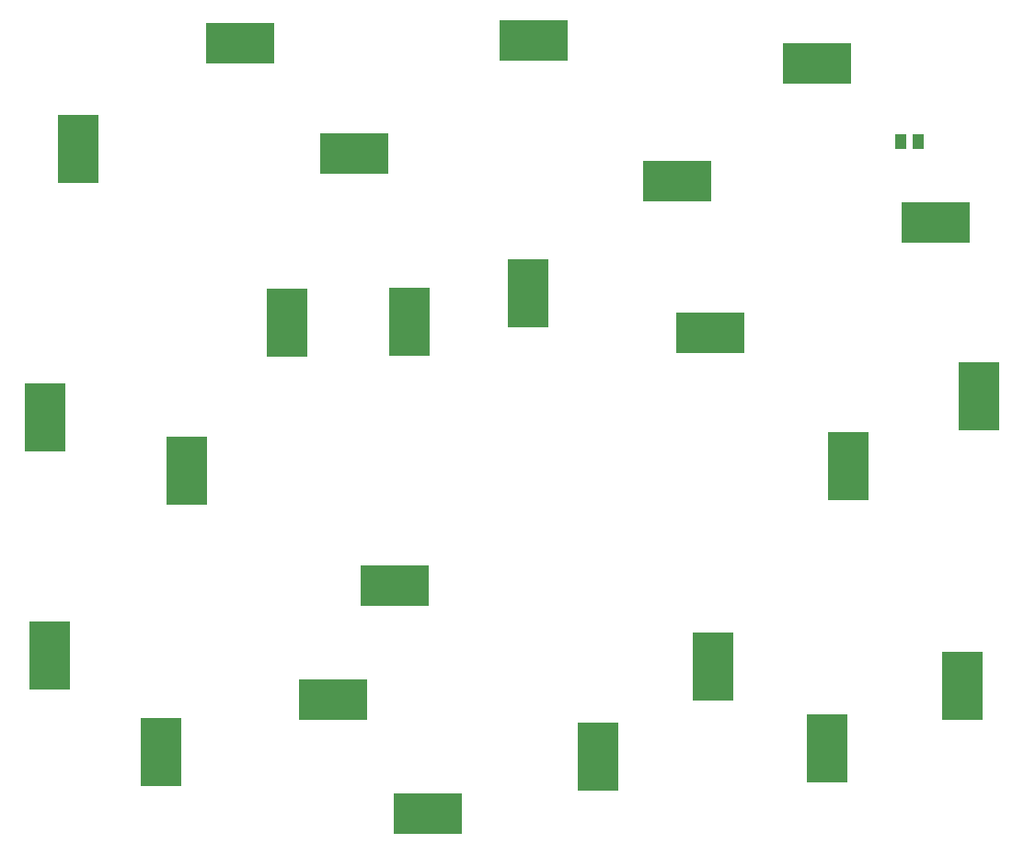
<source format=gtp>
G75*
%MOIN*%
%OFA0B0*%
%FSLAX25Y25*%
%IPPOS*%
%LPD*%
%AMOC8*
5,1,8,0,0,1.08239X$1,22.5*
%
%ADD10R,0.25000X0.15000*%
%ADD11R,0.15000X0.25000*%
%ADD12R,0.03937X0.05709*%
D10*
X0193591Y0109768D03*
X0227858Y0068217D03*
X0215890Y0150894D03*
X0330244Y0242642D03*
X0318276Y0297760D03*
X0368921Y0340264D03*
X0412071Y0282783D03*
X0266110Y0348547D03*
X0201441Y0307783D03*
X0159969Y0347563D03*
D11*
X0131209Y0090756D03*
X0091067Y0125654D03*
X0140657Y0192606D03*
X0089280Y0212134D03*
X0176894Y0246402D03*
X0221382Y0246559D03*
X0264280Y0257094D03*
X0380240Y0194236D03*
X0427681Y0219827D03*
X0331421Y0121717D03*
X0372547Y0092055D03*
X0421563Y0114693D03*
X0289476Y0088945D03*
X0101303Y0309394D03*
D12*
X0399228Y0312063D03*
X0405685Y0312063D03*
M02*

</source>
